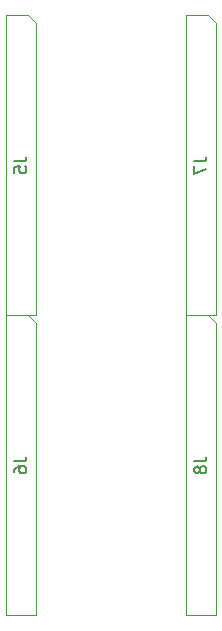
<source format=gbr>
G04 #@! TF.GenerationSoftware,KiCad,Pcbnew,8.0.1*
G04 #@! TF.CreationDate,2025-01-27T18:08:07-06:00*
G04 #@! TF.ProjectId,level-shifter,6c657665-6c2d-4736-9869-667465722e6b,rev?*
G04 #@! TF.SameCoordinates,Original*
G04 #@! TF.FileFunction,AssemblyDrawing,Bot*
%FSLAX46Y46*%
G04 Gerber Fmt 4.6, Leading zero omitted, Abs format (unit mm)*
G04 Created by KiCad (PCBNEW 8.0.1) date 2025-01-27 18:08:07*
%MOMM*%
%LPD*%
G01*
G04 APERTURE LIST*
%ADD10C,0.150000*%
%ADD11C,0.100000*%
G04 APERTURE END LIST*
D10*
X154694819Y-102571666D02*
X155409104Y-102571666D01*
X155409104Y-102571666D02*
X155551961Y-102524047D01*
X155551961Y-102524047D02*
X155647200Y-102428809D01*
X155647200Y-102428809D02*
X155694819Y-102285952D01*
X155694819Y-102285952D02*
X155694819Y-102190714D01*
X155123390Y-103190714D02*
X155075771Y-103095476D01*
X155075771Y-103095476D02*
X155028152Y-103047857D01*
X155028152Y-103047857D02*
X154932914Y-103000238D01*
X154932914Y-103000238D02*
X154885295Y-103000238D01*
X154885295Y-103000238D02*
X154790057Y-103047857D01*
X154790057Y-103047857D02*
X154742438Y-103095476D01*
X154742438Y-103095476D02*
X154694819Y-103190714D01*
X154694819Y-103190714D02*
X154694819Y-103381190D01*
X154694819Y-103381190D02*
X154742438Y-103476428D01*
X154742438Y-103476428D02*
X154790057Y-103524047D01*
X154790057Y-103524047D02*
X154885295Y-103571666D01*
X154885295Y-103571666D02*
X154932914Y-103571666D01*
X154932914Y-103571666D02*
X155028152Y-103524047D01*
X155028152Y-103524047D02*
X155075771Y-103476428D01*
X155075771Y-103476428D02*
X155123390Y-103381190D01*
X155123390Y-103381190D02*
X155123390Y-103190714D01*
X155123390Y-103190714D02*
X155171009Y-103095476D01*
X155171009Y-103095476D02*
X155218628Y-103047857D01*
X155218628Y-103047857D02*
X155313866Y-103000238D01*
X155313866Y-103000238D02*
X155504342Y-103000238D01*
X155504342Y-103000238D02*
X155599580Y-103047857D01*
X155599580Y-103047857D02*
X155647200Y-103095476D01*
X155647200Y-103095476D02*
X155694819Y-103190714D01*
X155694819Y-103190714D02*
X155694819Y-103381190D01*
X155694819Y-103381190D02*
X155647200Y-103476428D01*
X155647200Y-103476428D02*
X155599580Y-103524047D01*
X155599580Y-103524047D02*
X155504342Y-103571666D01*
X155504342Y-103571666D02*
X155313866Y-103571666D01*
X155313866Y-103571666D02*
X155218628Y-103524047D01*
X155218628Y-103524047D02*
X155171009Y-103476428D01*
X155171009Y-103476428D02*
X155123390Y-103381190D01*
X154694819Y-77171666D02*
X155409104Y-77171666D01*
X155409104Y-77171666D02*
X155551961Y-77124047D01*
X155551961Y-77124047D02*
X155647200Y-77028809D01*
X155647200Y-77028809D02*
X155694819Y-76885952D01*
X155694819Y-76885952D02*
X155694819Y-76790714D01*
X154694819Y-77552619D02*
X154694819Y-78219285D01*
X154694819Y-78219285D02*
X155694819Y-77790714D01*
X139454819Y-102571666D02*
X140169104Y-102571666D01*
X140169104Y-102571666D02*
X140311961Y-102524047D01*
X140311961Y-102524047D02*
X140407200Y-102428809D01*
X140407200Y-102428809D02*
X140454819Y-102285952D01*
X140454819Y-102285952D02*
X140454819Y-102190714D01*
X139454819Y-103476428D02*
X139454819Y-103285952D01*
X139454819Y-103285952D02*
X139502438Y-103190714D01*
X139502438Y-103190714D02*
X139550057Y-103143095D01*
X139550057Y-103143095D02*
X139692914Y-103047857D01*
X139692914Y-103047857D02*
X139883390Y-103000238D01*
X139883390Y-103000238D02*
X140264342Y-103000238D01*
X140264342Y-103000238D02*
X140359580Y-103047857D01*
X140359580Y-103047857D02*
X140407200Y-103095476D01*
X140407200Y-103095476D02*
X140454819Y-103190714D01*
X140454819Y-103190714D02*
X140454819Y-103381190D01*
X140454819Y-103381190D02*
X140407200Y-103476428D01*
X140407200Y-103476428D02*
X140359580Y-103524047D01*
X140359580Y-103524047D02*
X140264342Y-103571666D01*
X140264342Y-103571666D02*
X140026247Y-103571666D01*
X140026247Y-103571666D02*
X139931009Y-103524047D01*
X139931009Y-103524047D02*
X139883390Y-103476428D01*
X139883390Y-103476428D02*
X139835771Y-103381190D01*
X139835771Y-103381190D02*
X139835771Y-103190714D01*
X139835771Y-103190714D02*
X139883390Y-103095476D01*
X139883390Y-103095476D02*
X139931009Y-103047857D01*
X139931009Y-103047857D02*
X140026247Y-103000238D01*
X139454819Y-77171666D02*
X140169104Y-77171666D01*
X140169104Y-77171666D02*
X140311961Y-77124047D01*
X140311961Y-77124047D02*
X140407200Y-77028809D01*
X140407200Y-77028809D02*
X140454819Y-76885952D01*
X140454819Y-76885952D02*
X140454819Y-76790714D01*
X139454819Y-78124047D02*
X139454819Y-77647857D01*
X139454819Y-77647857D02*
X139931009Y-77600238D01*
X139931009Y-77600238D02*
X139883390Y-77647857D01*
X139883390Y-77647857D02*
X139835771Y-77743095D01*
X139835771Y-77743095D02*
X139835771Y-77981190D01*
X139835771Y-77981190D02*
X139883390Y-78076428D01*
X139883390Y-78076428D02*
X139931009Y-78124047D01*
X139931009Y-78124047D02*
X140026247Y-78171666D01*
X140026247Y-78171666D02*
X140264342Y-78171666D01*
X140264342Y-78171666D02*
X140359580Y-78124047D01*
X140359580Y-78124047D02*
X140407200Y-78076428D01*
X140407200Y-78076428D02*
X140454819Y-77981190D01*
X140454819Y-77981190D02*
X140454819Y-77743095D01*
X140454819Y-77743095D02*
X140407200Y-77647857D01*
X140407200Y-77647857D02*
X140359580Y-77600238D01*
D11*
X153970000Y-90205000D02*
X155875000Y-90205000D01*
X153970000Y-115605000D02*
X153970000Y-90205000D01*
X155875000Y-90205000D02*
X156510000Y-90840000D01*
X156510000Y-90840000D02*
X156510000Y-115605000D01*
X156510000Y-115605000D02*
X153970000Y-115605000D01*
X153970000Y-64805000D02*
X155875000Y-64805000D01*
X153970000Y-90205000D02*
X153970000Y-64805000D01*
X155875000Y-64805000D02*
X156510000Y-65440000D01*
X156510000Y-65440000D02*
X156510000Y-90205000D01*
X156510000Y-90205000D02*
X153970000Y-90205000D01*
X138730000Y-90205000D02*
X140635000Y-90205000D01*
X138730000Y-115605000D02*
X138730000Y-90205000D01*
X140635000Y-90205000D02*
X141270000Y-90840000D01*
X141270000Y-90840000D02*
X141270000Y-115605000D01*
X141270000Y-115605000D02*
X138730000Y-115605000D01*
X138730000Y-64805000D02*
X140635000Y-64805000D01*
X138730000Y-90205000D02*
X138730000Y-64805000D01*
X140635000Y-64805000D02*
X141270000Y-65440000D01*
X141270000Y-65440000D02*
X141270000Y-90205000D01*
X141270000Y-90205000D02*
X138730000Y-90205000D01*
M02*

</source>
